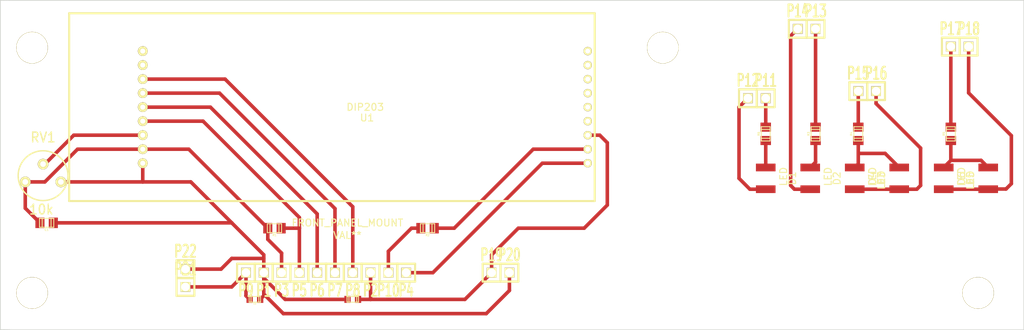
<source format=kicad_pcb>
(kicad_pcb (version 3) (host pcbnew "(2013-07-07 BZR 4022)-stable")

  (general
    (links 41)
    (no_connects 0)
    (area 44.399999 32.969999 190.550001 80.060001)
    (thickness 1.6)
    (drawings 8)
    (tracks 109)
    (zones 0)
    (modules 40)
    (nets 25)
  )

  (page A3)
  (layers
    (15 F.Cu signal)
    (0 B.Cu signal)
    (16 B.Adhes user)
    (17 F.Adhes user)
    (18 B.Paste user)
    (19 F.Paste user)
    (20 B.SilkS user)
    (21 F.SilkS user)
    (22 B.Mask user)
    (23 F.Mask user)
    (24 Dwgs.User user)
    (25 Cmts.User user)
    (26 Eco1.User user)
    (27 Eco2.User user)
    (28 Edge.Cuts user)
  )

  (setup
    (last_trace_width 0.508)
    (trace_clearance 0.254)
    (zone_clearance 2.54)
    (zone_45_only yes)
    (trace_min 0.254)
    (segment_width 0.2)
    (edge_width 0.1)
    (via_size 0.889)
    (via_drill 0.635)
    (via_min_size 0.889)
    (via_min_drill 0.508)
    (uvia_size 0.508)
    (uvia_drill 0.127)
    (uvias_allowed no)
    (uvia_min_size 0.508)
    (uvia_min_drill 0.127)
    (pcb_text_width 0.3)
    (pcb_text_size 1.5 1.5)
    (mod_edge_width 0.3)
    (mod_text_size 1 1)
    (mod_text_width 0.15)
    (pad_size 1.2 1.2)
    (pad_drill 0.71)
    (pad_to_mask_clearance 0)
    (aux_axis_origin 0 0)
    (visible_elements 7FFFFFFF)
    (pcbplotparams
      (layerselection 3178497)
      (usegerberextensions true)
      (excludeedgelayer true)
      (linewidth 0.150000)
      (plotframeref false)
      (viasonmask false)
      (mode 1)
      (useauxorigin false)
      (hpglpennumber 1)
      (hpglpenspeed 20)
      (hpglpendiameter 15)
      (hpglpenoverlay 2)
      (psnegative false)
      (psa4output false)
      (plotreference true)
      (plotvalue true)
      (plotothertext true)
      (plotinvisibletext false)
      (padsonsilk false)
      (subtractmaskfromsilk false)
      (outputformat 1)
      (mirror false)
      (drillshape 1)
      (scaleselection 1)
      (outputdirectory ""))
  )

  (net 0 "")
  (net 1 GNDA)
  (net 2 N-000001)
  (net 3 N-0000010)
  (net 4 N-0000011)
  (net 5 N-0000012)
  (net 6 N-0000013)
  (net 7 N-0000014)
  (net 8 N-0000015)
  (net 9 N-0000016)
  (net 10 N-0000017)
  (net 11 N-000002)
  (net 12 N-0000027)
  (net 13 N-0000028)
  (net 14 N-0000029)
  (net 15 N-000003)
  (net 16 N-0000030)
  (net 17 N-0000031)
  (net 18 N-0000032)
  (net 19 N-000004)
  (net 20 N-000005)
  (net 21 N-000007)
  (net 22 N-000008)
  (net 23 N-000009)
  (net 24 VCC)

  (net_class Default "This is the default net class."
    (clearance 0.254)
    (trace_width 0.508)
    (via_dia 0.889)
    (via_drill 0.635)
    (uvia_dia 0.508)
    (uvia_drill 0.127)
    (add_net "")
    (add_net GNDA)
    (add_net N-000001)
    (add_net N-0000010)
    (add_net N-0000011)
    (add_net N-0000012)
    (add_net N-0000013)
    (add_net N-0000014)
    (add_net N-0000015)
    (add_net N-0000016)
    (add_net N-0000017)
    (add_net N-000002)
    (add_net N-0000027)
    (add_net N-0000028)
    (add_net N-0000029)
    (add_net N-000003)
    (add_net N-0000030)
    (add_net N-0000031)
    (add_net N-0000032)
    (add_net N-000004)
    (add_net N-000005)
    (add_net N-000007)
    (add_net N-000008)
    (add_net N-000009)
    (add_net VCC)
  )

  (module c_0805 (layer F.Cu) (tedit 49047394) (tstamp 5363FEAA)
    (at 160.782 52.07 90)
    (descr "SMT capacitor, 0805")
    (path /535B6F13)
    (fp_text reference R3 (at 0 -0.9906 90) (layer F.SilkS)
      (effects (font (size 0.29972 0.29972) (thickness 0.06096)))
    )
    (fp_text value 2.2k (at 0 0.9906 90) (layer F.SilkS) hide
      (effects (font (size 0.29972 0.29972) (thickness 0.06096)))
    )
    (fp_line (start 0.635 -0.635) (end 0.635 0.635) (layer F.SilkS) (width 0.127))
    (fp_line (start -0.635 -0.635) (end -0.635 0.6096) (layer F.SilkS) (width 0.127))
    (fp_line (start -1.016 -0.635) (end 1.016 -0.635) (layer F.SilkS) (width 0.127))
    (fp_line (start 1.016 -0.635) (end 1.016 0.635) (layer F.SilkS) (width 0.127))
    (fp_line (start 1.016 0.635) (end -1.016 0.635) (layer F.SilkS) (width 0.127))
    (fp_line (start -1.016 0.635) (end -1.016 -0.635) (layer F.SilkS) (width 0.127))
    (pad 1 smd rect (at 0.9525 0 90) (size 1.30048 1.4986)
      (layers F.Cu F.Paste F.Mask)
      (net 5 N-0000012)
    )
    (pad 2 smd rect (at -0.9525 0 90) (size 1.30048 1.4986)
      (layers F.Cu F.Paste F.Mask)
      (net 3 N-0000010)
    )
    (model smd/capacitors/c_0805.wrl
      (at (xyz 0 0 0))
      (scale (xyz 1 1 1))
      (rotate (xyz 0 0 0))
    )
  )

  (module c_0805 (layer F.Cu) (tedit 49047394) (tstamp 5363FEC2)
    (at 105.41 65.532 180)
    (descr "SMT capacitor, 0805")
    (path /535B77CF)
    (fp_text reference R2 (at 0 -0.9906 180) (layer F.SilkS)
      (effects (font (size 0.29972 0.29972) (thickness 0.06096)))
    )
    (fp_text value 18 (at 0 0.9906 180) (layer F.SilkS) hide
      (effects (font (size 0.29972 0.29972) (thickness 0.06096)))
    )
    (fp_line (start 0.635 -0.635) (end 0.635 0.635) (layer F.SilkS) (width 0.127))
    (fp_line (start -0.635 -0.635) (end -0.635 0.6096) (layer F.SilkS) (width 0.127))
    (fp_line (start -1.016 -0.635) (end 1.016 -0.635) (layer F.SilkS) (width 0.127))
    (fp_line (start 1.016 -0.635) (end 1.016 0.635) (layer F.SilkS) (width 0.127))
    (fp_line (start 1.016 0.635) (end -1.016 0.635) (layer F.SilkS) (width 0.127))
    (fp_line (start -1.016 0.635) (end -1.016 -0.635) (layer F.SilkS) (width 0.127))
    (pad 1 smd rect (at 0.9525 0 180) (size 1.30048 1.4986)
      (layers F.Cu F.Paste F.Mask)
      (net 11 N-000002)
    )
    (pad 2 smd rect (at -0.9525 0 180) (size 1.30048 1.4986)
      (layers F.Cu F.Paste F.Mask)
      (net 2 N-000001)
    )
    (model smd/capacitors/c_0805.wrl
      (at (xyz 0 0 0))
      (scale (xyz 1 1 1))
      (rotate (xyz 0 0 0))
    )
  )

  (module c_0805 (layer F.Cu) (tedit 49047394) (tstamp 5363FECE)
    (at 51.054 64.77 180)
    (descr "SMT capacitor, 0805")
    (path /535B774B)
    (fp_text reference C1 (at 0 -0.9906 180) (layer F.SilkS)
      (effects (font (size 0.29972 0.29972) (thickness 0.06096)))
    )
    (fp_text value .47u (at 0 0.9906 180) (layer F.SilkS) hide
      (effects (font (size 0.29972 0.29972) (thickness 0.06096)))
    )
    (fp_line (start 0.635 -0.635) (end 0.635 0.635) (layer F.SilkS) (width 0.127))
    (fp_line (start -0.635 -0.635) (end -0.635 0.6096) (layer F.SilkS) (width 0.127))
    (fp_line (start -1.016 -0.635) (end 1.016 -0.635) (layer F.SilkS) (width 0.127))
    (fp_line (start 1.016 -0.635) (end 1.016 0.635) (layer F.SilkS) (width 0.127))
    (fp_line (start 1.016 0.635) (end -1.016 0.635) (layer F.SilkS) (width 0.127))
    (fp_line (start -1.016 0.635) (end -1.016 -0.635) (layer F.SilkS) (width 0.127))
    (pad 1 smd rect (at 0.9525 0 180) (size 1.30048 1.4986)
      (layers F.Cu F.Paste F.Mask)
      (net 24 VCC)
    )
    (pad 2 smd rect (at -0.9525 0 180) (size 1.30048 1.4986)
      (layers F.Cu F.Paste F.Mask)
      (net 1 GNDA)
    )
    (model smd/capacitors/c_0805.wrl
      (at (xyz 0 0 0))
      (scale (xyz 1 1 1))
      (rotate (xyz 0 0 0))
    )
  )

  (module c_0805 (layer F.Cu) (tedit 49047394) (tstamp 5363FEDA)
    (at 83.566 65.532 180)
    (descr "SMT capacitor, 0805")
    (path /535B75E5)
    (fp_text reference R1 (at 0 -0.9906 180) (layer F.SilkS)
      (effects (font (size 0.29972 0.29972) (thickness 0.06096)))
    )
    (fp_text value 10k (at 0 0.9906 180) (layer F.SilkS) hide
      (effects (font (size 0.29972 0.29972) (thickness 0.06096)))
    )
    (fp_line (start 0.635 -0.635) (end 0.635 0.635) (layer F.SilkS) (width 0.127))
    (fp_line (start -0.635 -0.635) (end -0.635 0.6096) (layer F.SilkS) (width 0.127))
    (fp_line (start -1.016 -0.635) (end 1.016 -0.635) (layer F.SilkS) (width 0.127))
    (fp_line (start 1.016 -0.635) (end 1.016 0.635) (layer F.SilkS) (width 0.127))
    (fp_line (start 1.016 0.635) (end -1.016 0.635) (layer F.SilkS) (width 0.127))
    (fp_line (start -1.016 0.635) (end -1.016 -0.635) (layer F.SilkS) (width 0.127))
    (pad 1 smd rect (at 0.9525 0 180) (size 1.30048 1.4986)
      (layers F.Cu F.Paste F.Mask)
      (net 24 VCC)
    )
    (pad 2 smd rect (at -0.9525 0 180) (size 1.30048 1.4986)
      (layers F.Cu F.Paste F.Mask)
      (net 13 N-0000028)
    )
    (model smd/capacitors/c_0805.wrl
      (at (xyz 0 0 0))
      (scale (xyz 1 1 1))
      (rotate (xyz 0 0 0))
    )
  )

  (module c_0805 (layer F.Cu) (tedit 49047394) (tstamp 5363FEF2)
    (at 166.878 52.07 90)
    (descr "SMT capacitor, 0805")
    (path /535B6F22)
    (fp_text reference R4 (at 0 -0.9906 90) (layer F.SilkS)
      (effects (font (size 0.29972 0.29972) (thickness 0.06096)))
    )
    (fp_text value 2.2k (at 0 0.9906 90) (layer F.SilkS) hide
      (effects (font (size 0.29972 0.29972) (thickness 0.06096)))
    )
    (fp_line (start 0.635 -0.635) (end 0.635 0.635) (layer F.SilkS) (width 0.127))
    (fp_line (start -0.635 -0.635) (end -0.635 0.6096) (layer F.SilkS) (width 0.127))
    (fp_line (start -1.016 -0.635) (end 1.016 -0.635) (layer F.SilkS) (width 0.127))
    (fp_line (start 1.016 -0.635) (end 1.016 0.635) (layer F.SilkS) (width 0.127))
    (fp_line (start 1.016 0.635) (end -1.016 0.635) (layer F.SilkS) (width 0.127))
    (fp_line (start -1.016 0.635) (end -1.016 -0.635) (layer F.SilkS) (width 0.127))
    (pad 1 smd rect (at 0.9525 0 90) (size 1.30048 1.4986)
      (layers F.Cu F.Paste F.Mask)
      (net 6 N-0000013)
    )
    (pad 2 smd rect (at -0.9525 0 90) (size 1.30048 1.4986)
      (layers F.Cu F.Paste F.Mask)
      (net 7 N-0000014)
    )
    (model smd/capacitors/c_0805.wrl
      (at (xyz 0 0 0))
      (scale (xyz 1 1 1))
      (rotate (xyz 0 0 0))
    )
  )

  (module c_0805 (layer F.Cu) (tedit 49047394) (tstamp 5363FEFE)
    (at 180.086 52.07 90)
    (descr "SMT capacitor, 0805")
    (path /535B7061)
    (fp_text reference R5 (at 0 -0.9906 90) (layer F.SilkS)
      (effects (font (size 0.29972 0.29972) (thickness 0.06096)))
    )
    (fp_text value 2.2k (at 0 0.9906 90) (layer F.SilkS) hide
      (effects (font (size 0.29972 0.29972) (thickness 0.06096)))
    )
    (fp_line (start 0.635 -0.635) (end 0.635 0.635) (layer F.SilkS) (width 0.127))
    (fp_line (start -0.635 -0.635) (end -0.635 0.6096) (layer F.SilkS) (width 0.127))
    (fp_line (start -1.016 -0.635) (end 1.016 -0.635) (layer F.SilkS) (width 0.127))
    (fp_line (start 1.016 -0.635) (end 1.016 0.635) (layer F.SilkS) (width 0.127))
    (fp_line (start 1.016 0.635) (end -1.016 0.635) (layer F.SilkS) (width 0.127))
    (fp_line (start -1.016 0.635) (end -1.016 -0.635) (layer F.SilkS) (width 0.127))
    (pad 1 smd rect (at 0.9525 0 90) (size 1.30048 1.4986)
      (layers F.Cu F.Paste F.Mask)
      (net 16 N-0000030)
    )
    (pad 2 smd rect (at -0.9525 0 90) (size 1.30048 1.4986)
      (layers F.Cu F.Paste F.Mask)
      (net 14 N-0000029)
    )
    (model smd/capacitors/c_0805.wrl
      (at (xyz 0 0 0))
      (scale (xyz 1 1 1))
      (rotate (xyz 0 0 0))
    )
  )

  (module c_0603 (layer F.Cu) (tedit 490472AA) (tstamp 5363FF0A)
    (at 94.742 75.692)
    (descr "SMT capacitor, 0603")
    (path /535B6E5B)
    (fp_text reference C2 (at 0 -0.635) (layer F.SilkS)
      (effects (font (size 0.20066 0.20066) (thickness 0.04064)))
    )
    (fp_text value 100n (at 0 0.635) (layer F.SilkS) hide
      (effects (font (size 0.20066 0.20066) (thickness 0.04064)))
    )
    (fp_line (start 0.5588 0.4064) (end 0.5588 -0.4064) (layer F.SilkS) (width 0.127))
    (fp_line (start -0.5588 -0.381) (end -0.5588 0.4064) (layer F.SilkS) (width 0.127))
    (fp_line (start -0.8128 -0.4064) (end 0.8128 -0.4064) (layer F.SilkS) (width 0.127))
    (fp_line (start 0.8128 -0.4064) (end 0.8128 0.4064) (layer F.SilkS) (width 0.127))
    (fp_line (start 0.8128 0.4064) (end -0.8128 0.4064) (layer F.SilkS) (width 0.127))
    (fp_line (start -0.8128 0.4064) (end -0.8128 -0.4064) (layer F.SilkS) (width 0.127))
    (pad 1 smd rect (at 0.75184 0) (size 0.89916 1.00076)
      (layers F.Cu F.Paste F.Mask)
      (net 22 N-000008)
    )
    (pad 2 smd rect (at -0.75184 0) (size 0.89916 1.00076)
      (layers F.Cu F.Paste F.Mask)
      (net 1 GNDA)
    )
    (model smd/capacitors/c_0603.wrl
      (at (xyz 0 0 0))
      (scale (xyz 1 1 1))
      (rotate (xyz 0 0 0))
    )
  )

  (module c_0603 (layer F.Cu) (tedit 490472AA) (tstamp 5363FF16)
    (at 80.772 75.692 180)
    (descr "SMT capacitor, 0603")
    (path /53632414)
    (fp_text reference C3 (at 0 -0.635 180) (layer F.SilkS)
      (effects (font (size 0.20066 0.20066) (thickness 0.04064)))
    )
    (fp_text value 100n (at 0 0.635 180) (layer F.SilkS) hide
      (effects (font (size 0.20066 0.20066) (thickness 0.04064)))
    )
    (fp_line (start 0.5588 0.4064) (end 0.5588 -0.4064) (layer F.SilkS) (width 0.127))
    (fp_line (start -0.5588 -0.381) (end -0.5588 0.4064) (layer F.SilkS) (width 0.127))
    (fp_line (start -0.8128 -0.4064) (end 0.8128 -0.4064) (layer F.SilkS) (width 0.127))
    (fp_line (start 0.8128 -0.4064) (end 0.8128 0.4064) (layer F.SilkS) (width 0.127))
    (fp_line (start 0.8128 0.4064) (end -0.8128 0.4064) (layer F.SilkS) (width 0.127))
    (fp_line (start -0.8128 0.4064) (end -0.8128 -0.4064) (layer F.SilkS) (width 0.127))
    (pad 1 smd rect (at 0.75184 0 180) (size 0.89916 1.00076)
      (layers F.Cu F.Paste F.Mask)
      (net 18 N-0000032)
    )
    (pad 2 smd rect (at -0.75184 0 180) (size 0.89916 1.00076)
      (layers F.Cu F.Paste F.Mask)
      (net 1 GNDA)
    )
    (model smd/capacitors/c_0603.wrl
      (at (xyz 0 0 0))
      (scale (xyz 1 1 1))
      (rotate (xyz 0 0 0))
    )
  )

  (module 1209 (layer F.Cu) (tedit 536349B3) (tstamp 5363FF1C)
    (at 153.67 58.42 90)
    (path /535B6F31)
    (fp_text reference D1 (at 0 3.81 90) (layer F.SilkS)
      (effects (font (size 1 1) (thickness 0.15)))
    )
    (fp_text value LED (at 0.254 2.54 90) (layer F.SilkS)
      (effects (font (size 1 1) (thickness 0.15)))
    )
    (pad 1 smd rect (at 1.55 0 90) (size 1.1 2.8)
      (layers F.Cu F.Paste F.Mask)
      (net 23 N-000009)
    )
    (pad 2 smd rect (at -1.55 0 90) (size 1.1 2.8)
      (layers F.Cu F.Paste F.Mask)
      (net 8 N-0000015)
    )
  )

  (module 1209 (layer F.Cu) (tedit 536349B3) (tstamp 5363FF22)
    (at 160.02 58.42 90)
    (path /535B6F40)
    (fp_text reference D2 (at 0 3.81 90) (layer F.SilkS)
      (effects (font (size 1 1) (thickness 0.15)))
    )
    (fp_text value LED (at 0.254 2.54 90) (layer F.SilkS)
      (effects (font (size 1 1) (thickness 0.15)))
    )
    (pad 1 smd rect (at 1.55 0 90) (size 1.1 2.8)
      (layers F.Cu F.Paste F.Mask)
      (net 3 N-0000010)
    )
    (pad 2 smd rect (at -1.55 0 90) (size 1.1 2.8)
      (layers F.Cu F.Paste F.Mask)
      (net 9 N-0000016)
    )
  )

  (module 1209 (layer F.Cu) (tedit 536349B3) (tstamp 5363FF28)
    (at 166.37 58.42 90)
    (path /535B6F4F)
    (fp_text reference D3 (at 0 3.81 90) (layer F.SilkS)
      (effects (font (size 1 1) (thickness 0.15)))
    )
    (fp_text value LED (at 0.254 2.54 90) (layer F.SilkS)
      (effects (font (size 1 1) (thickness 0.15)))
    )
    (pad 1 smd rect (at 1.55 0 90) (size 1.1 2.8)
      (layers F.Cu F.Paste F.Mask)
      (net 7 N-0000014)
    )
    (pad 2 smd rect (at -1.55 0 90) (size 1.1 2.8)
      (layers F.Cu F.Paste F.Mask)
      (net 10 N-0000017)
    )
  )

  (module 1209 (layer F.Cu) (tedit 536349B3) (tstamp 5363FF2E)
    (at 179.07 58.42 90)
    (path /535B7067)
    (fp_text reference D5 (at 0 3.81 90) (layer F.SilkS)
      (effects (font (size 1 1) (thickness 0.15)))
    )
    (fp_text value LED (at 0.254 2.54 90) (layer F.SilkS)
      (effects (font (size 1 1) (thickness 0.15)))
    )
    (pad 1 smd rect (at 1.55 0 90) (size 1.1 2.8)
      (layers F.Cu F.Paste F.Mask)
      (net 14 N-0000029)
    )
    (pad 2 smd rect (at -1.55 0 90) (size 1.1 2.8)
      (layers F.Cu F.Paste F.Mask)
      (net 17 N-0000031)
    )
  )

  (module 1209 (layer F.Cu) (tedit 536349B3) (tstamp 5363FF34)
    (at 172.72 58.42 270)
    (path /5360A75C)
    (fp_text reference D4 (at 0 3.81 270) (layer F.SilkS)
      (effects (font (size 1 1) (thickness 0.15)))
    )
    (fp_text value LED (at 0.254 2.54 270) (layer F.SilkS)
      (effects (font (size 1 1) (thickness 0.15)))
    )
    (pad 1 smd rect (at 1.55 0 270) (size 1.1 2.8)
      (layers F.Cu F.Paste F.Mask)
      (net 10 N-0000017)
    )
    (pad 2 smd rect (at -1.55 0 270) (size 1.1 2.8)
      (layers F.Cu F.Paste F.Mask)
      (net 7 N-0000014)
    )
  )

  (module 1209 (layer F.Cu) (tedit 536349B3) (tstamp 5363FF3A)
    (at 185.42 58.42 270)
    (path /5360A76D)
    (fp_text reference D6 (at 0 3.81 270) (layer F.SilkS)
      (effects (font (size 1 1) (thickness 0.15)))
    )
    (fp_text value LED (at 0.254 2.54 270) (layer F.SilkS)
      (effects (font (size 1 1) (thickness 0.15)))
    )
    (pad 1 smd rect (at 1.55 0 270) (size 1.1 2.8)
      (layers F.Cu F.Paste F.Mask)
      (net 17 N-0000031)
    )
    (pad 2 smd rect (at -1.55 0 270) (size 1.1 2.8)
      (layers F.Cu F.Paste F.Mask)
      (net 14 N-0000029)
    )
  )

  (module c_0805 (layer F.Cu) (tedit 49047394) (tstamp 5363FFB1)
    (at 153.67 52.07 90)
    (descr "SMT capacitor, 0805")
    (path /535B6F04)
    (fp_text reference R6 (at 0 -0.9906 90) (layer F.SilkS)
      (effects (font (size 0.29972 0.29972) (thickness 0.06096)))
    )
    (fp_text value 2.2k (at 0 0.9906 90) (layer F.SilkS) hide
      (effects (font (size 0.29972 0.29972) (thickness 0.06096)))
    )
    (fp_line (start 0.635 -0.635) (end 0.635 0.635) (layer F.SilkS) (width 0.127))
    (fp_line (start -0.635 -0.635) (end -0.635 0.6096) (layer F.SilkS) (width 0.127))
    (fp_line (start -1.016 -0.635) (end 1.016 -0.635) (layer F.SilkS) (width 0.127))
    (fp_line (start 1.016 -0.635) (end 1.016 0.635) (layer F.SilkS) (width 0.127))
    (fp_line (start 1.016 0.635) (end -1.016 0.635) (layer F.SilkS) (width 0.127))
    (fp_line (start -1.016 0.635) (end -1.016 -0.635) (layer F.SilkS) (width 0.127))
    (pad 1 smd rect (at 0.9525 0 90) (size 1.30048 1.4986)
      (layers F.Cu F.Paste F.Mask)
      (net 4 N-0000011)
    )
    (pad 2 smd rect (at -0.9525 0 90) (size 1.30048 1.4986)
      (layers F.Cu F.Paste F.Mask)
      (net 23 N-000009)
    )
    (model smd/capacitors/c_0805.wrl
      (at (xyz 0 0 0))
      (scale (xyz 1 1 1))
      (rotate (xyz 0 0 0))
    )
  )

  (module FRONT_PANEL_MOUNT (layer F.Cu) (tedit 539697BD) (tstamp 53974CBB)
    (at 93.98 64.77)
    (fp_text reference FRONT_PANEL_MOUNT (at 0 0) (layer F.SilkS)
      (effects (font (size 1 1) (thickness 0.15)))
    )
    (fp_text value VAL** (at 0 1.778) (layer F.SilkS)
      (effects (font (size 1 1) (thickness 0.15)))
    )
    (pad 1 thru_hole circle (at 90 10) (size 4.5 4.5) (drill 4.4)
      (layers *.Cu *.Mask F.SilkS)
    )
    (pad 2 thru_hole circle (at 45 -25) (size 4.5 4.5) (drill 4.4)
      (layers *.Cu *.Mask F.SilkS)
    )
    (pad 3 thru_hole circle (at -45 -25) (size 4.5 4.5) (drill 4.4)
      (layers *.Cu *.Mask F.SilkS)
    )
    (pad 4 thru_hole circle (at -45 10) (size 4.5 4.5) (drill 4.4)
      (layers *.Cu *.Mask F.SilkS)
    )
  )

  (module RV2 (layer F.Cu) (tedit 3FA15781) (tstamp 5397613A)
    (at 50.546 57.658)
    (descr "Resistance variable / potentiometre")
    (tags R)
    (path /535B78BA)
    (autoplace_cost90 10)
    (autoplace_cost180 10)
    (fp_text reference RV1 (at 0 -5.08) (layer F.SilkS)
      (effects (font (size 1.397 1.27) (thickness 0.2032)))
    )
    (fp_text value 10k (at -0.254 5.207) (layer F.SilkS)
      (effects (font (size 1.397 1.27) (thickness 0.2032)))
    )
    (fp_circle (center 0 0.381) (end 0 -3.175) (layer F.SilkS) (width 0.2032))
    (pad 1 thru_hole circle (at -2.54 1.27) (size 1.524 1.524) (drill 0.8128)
      (layers *.Cu *.Mask F.SilkS)
      (net 24 VCC)
    )
    (pad 2 thru_hole circle (at 0 -1.27) (size 1.524 1.524) (drill 0.8128)
      (layers *.Cu *.Mask F.SilkS)
      (net 19 N-000004)
    )
    (pad 3 thru_hole circle (at 2.54 1.27) (size 1.524 1.524) (drill 0.8128)
      (layers *.Cu *.Mask F.SilkS)
      (net 1 GNDA)
    )
    (model discret/adjustable_rx2.wrl
      (at (xyz 0 0 0))
      (scale (xyz 1 1 1))
      (rotate (xyz 0 0 0))
    )
  )

  (module MOLEX-1 (layer F.Cu) (tedit 538ADB0C) (tstamp 539E7489)
    (at 114.554 71.882)
    (descr "Connecteurs 1 pin")
    (tags "CONN DEV")
    (path /539E7326)
    (fp_text reference P19 (at 0 -2.54) (layer F.SilkS)
      (effects (font (size 1.72974 1.08712) (thickness 0.27178)))
    )
    (fp_text value RESET_SWITCH (at 0 -2.54) (layer F.SilkS) hide
      (effects (font (size 1.524 1.016) (thickness 0.254)))
    )
    (fp_line (start -1.27 1.27) (end 1.27 1.27) (layer F.SilkS) (width 0.3175))
    (fp_line (start -1.27 -1.27) (end 1.27 -1.27) (layer F.SilkS) (width 0.3175))
    (fp_line (start -1.27 1.27) (end -1.27 -1.27) (layer F.SilkS) (width 0.3048))
    (fp_line (start 1.27 -1.27) (end 1.27 1.27) (layer F.SilkS) (width 0.3048))
    (pad 1 thru_hole rect (at 0 0) (size 1.397 1.397) (drill 1.2)
      (layers *.Cu *.Mask F.SilkS)
      (net 22 N-000008)
    )
  )

  (module MOLEX-1 (layer F.Cu) (tedit 538ADB0C) (tstamp 539E7492)
    (at 117.094 71.882)
    (descr "Connecteurs 1 pin")
    (tags "CONN DEV")
    (path /539E7335)
    (fp_text reference P20 (at 0 -2.54) (layer F.SilkS)
      (effects (font (size 1.72974 1.08712) (thickness 0.27178)))
    )
    (fp_text value RESET_SWITCH_GND (at 0 -2.54) (layer F.SilkS) hide
      (effects (font (size 1.524 1.016) (thickness 0.254)))
    )
    (fp_line (start -1.27 1.27) (end 1.27 1.27) (layer F.SilkS) (width 0.3175))
    (fp_line (start -1.27 -1.27) (end 1.27 -1.27) (layer F.SilkS) (width 0.3175))
    (fp_line (start -1.27 1.27) (end -1.27 -1.27) (layer F.SilkS) (width 0.3048))
    (fp_line (start 1.27 -1.27) (end 1.27 1.27) (layer F.SilkS) (width 0.3048))
    (pad 1 thru_hole rect (at 0 0) (size 1.397 1.397) (drill 1.2)
      (layers *.Cu *.Mask F.SilkS)
      (net 1 GNDA)
    )
  )

  (module MOLEX-1 (layer F.Cu) (tedit 538ADB0C) (tstamp 539E749B)
    (at 70.866 73.914)
    (descr "Connecteurs 1 pin")
    (tags "CONN DEV")
    (path /539E7344)
    (fp_text reference P21 (at 0 -2.54) (layer F.SilkS)
      (effects (font (size 1.72974 1.08712) (thickness 0.27178)))
    )
    (fp_text value PROGRAM_SWITCH (at 0 -2.54) (layer F.SilkS) hide
      (effects (font (size 1.524 1.016) (thickness 0.254)))
    )
    (fp_line (start -1.27 1.27) (end 1.27 1.27) (layer F.SilkS) (width 0.3175))
    (fp_line (start -1.27 -1.27) (end 1.27 -1.27) (layer F.SilkS) (width 0.3175))
    (fp_line (start -1.27 1.27) (end -1.27 -1.27) (layer F.SilkS) (width 0.3048))
    (fp_line (start 1.27 -1.27) (end 1.27 1.27) (layer F.SilkS) (width 0.3048))
    (pad 1 thru_hole rect (at 0 0) (size 1.397 1.397) (drill 1.2)
      (layers *.Cu *.Mask F.SilkS)
      (net 18 N-0000032)
    )
  )

  (module MOLEX-1 (layer F.Cu) (tedit 538ADB0C) (tstamp 539E74A4)
    (at 70.866 71.374)
    (descr "Connecteurs 1 pin")
    (tags "CONN DEV")
    (path /539E7353)
    (fp_text reference P22 (at 0 -2.54) (layer F.SilkS)
      (effects (font (size 1.72974 1.08712) (thickness 0.27178)))
    )
    (fp_text value PROGRAM_SWITCH_GND (at 0 -2.54) (layer F.SilkS) hide
      (effects (font (size 1.524 1.016) (thickness 0.254)))
    )
    (fp_line (start -1.27 1.27) (end 1.27 1.27) (layer F.SilkS) (width 0.3175))
    (fp_line (start -1.27 -1.27) (end 1.27 -1.27) (layer F.SilkS) (width 0.3175))
    (fp_line (start -1.27 1.27) (end -1.27 -1.27) (layer F.SilkS) (width 0.3048))
    (fp_line (start 1.27 -1.27) (end 1.27 1.27) (layer F.SilkS) (width 0.3048))
    (pad 1 thru_hole rect (at 0 0) (size 1.397 1.397) (drill 1.2)
      (layers *.Cu *.Mask F.SilkS)
      (net 1 GNDA)
    )
  )

  (module MOLEX-1 (layer F.Cu) (tedit 538ADB0C) (tstamp 539E75EE)
    (at 97.282 71.882 180)
    (descr "Connecteurs 1 pin")
    (tags "CONN DEV")
    (path /535B6E88)
    (fp_text reference P2 (at 0 -2.54 180) (layer F.SilkS)
      (effects (font (size 1.72974 1.08712) (thickness 0.27178)))
    )
    (fp_text value RESETn (at 0 -2.54 180) (layer F.SilkS) hide
      (effects (font (size 1.524 1.016) (thickness 0.254)))
    )
    (fp_line (start -1.27 1.27) (end 1.27 1.27) (layer F.SilkS) (width 0.3175))
    (fp_line (start -1.27 -1.27) (end 1.27 -1.27) (layer F.SilkS) (width 0.3175))
    (fp_line (start -1.27 1.27) (end -1.27 -1.27) (layer F.SilkS) (width 0.3048))
    (fp_line (start 1.27 -1.27) (end 1.27 1.27) (layer F.SilkS) (width 0.3048))
    (pad 1 thru_hole rect (at 0 0 180) (size 1.397 1.397) (drill 1.2)
      (layers *.Cu *.Mask F.SilkS)
      (net 22 N-000008)
    )
  )

  (module MOLEX-1 (layer F.Cu) (tedit 538ADB0C) (tstamp 539E75F7)
    (at 82.042 71.882 180)
    (descr "Connecteurs 1 pin")
    (tags "CONN DEV")
    (path /535B6ED8)
    (fp_text reference P1 (at 0 -2.54 180) (layer F.SilkS)
      (effects (font (size 1.72974 1.08712) (thickness 0.27178)))
    )
    (fp_text value GNDA (at 0 -2.54 180) (layer F.SilkS) hide
      (effects (font (size 1.524 1.016) (thickness 0.254)))
    )
    (fp_line (start -1.27 1.27) (end 1.27 1.27) (layer F.SilkS) (width 0.3175))
    (fp_line (start -1.27 -1.27) (end 1.27 -1.27) (layer F.SilkS) (width 0.3175))
    (fp_line (start -1.27 1.27) (end -1.27 -1.27) (layer F.SilkS) (width 0.3048))
    (fp_line (start 1.27 -1.27) (end 1.27 1.27) (layer F.SilkS) (width 0.3048))
    (pad 1 thru_hole rect (at 0 0 180) (size 1.397 1.397) (drill 1.2)
      (layers *.Cu *.Mask F.SilkS)
      (net 1 GNDA)
    )
  )

  (module MOLEX-1 (layer F.Cu) (tedit 538ADB0C) (tstamp 539E7600)
    (at 84.582 71.882 180)
    (descr "Connecteurs 1 pin")
    (tags "CONN DEV")
    (path /535B709C)
    (fp_text reference P3 (at 0 -2.54 180) (layer F.SilkS)
      (effects (font (size 1.72974 1.08712) (thickness 0.27178)))
    )
    (fp_text value 3V_IN (at 0 -2.54 180) (layer F.SilkS) hide
      (effects (font (size 1.524 1.016) (thickness 0.254)))
    )
    (fp_line (start -1.27 1.27) (end 1.27 1.27) (layer F.SilkS) (width 0.3175))
    (fp_line (start -1.27 -1.27) (end 1.27 -1.27) (layer F.SilkS) (width 0.3175))
    (fp_line (start -1.27 1.27) (end -1.27 -1.27) (layer F.SilkS) (width 0.3048))
    (fp_line (start 1.27 -1.27) (end 1.27 1.27) (layer F.SilkS) (width 0.3048))
    (pad 1 thru_hole rect (at 0 0 180) (size 1.397 1.397) (drill 1.2)
      (layers *.Cu *.Mask F.SilkS)
      (net 24 VCC)
    )
  )

  (module MOLEX-1 (layer F.Cu) (tedit 538ADB0C) (tstamp 539E7609)
    (at 79.502 71.882 180)
    (descr "Connecteurs 1 pin")
    (tags "CONN DEV")
    (path /535B70C7)
    (fp_text reference P9 (at 0 -2.54 180) (layer F.SilkS)
      (effects (font (size 1.72974 1.08712) (thickness 0.27178)))
    )
    (fp_text value PROGRAM_INT (at 0 -2.54 180) (layer F.SilkS) hide
      (effects (font (size 1.524 1.016) (thickness 0.254)))
    )
    (fp_line (start -1.27 1.27) (end 1.27 1.27) (layer F.SilkS) (width 0.3175))
    (fp_line (start -1.27 -1.27) (end 1.27 -1.27) (layer F.SilkS) (width 0.3175))
    (fp_line (start -1.27 1.27) (end -1.27 -1.27) (layer F.SilkS) (width 0.3048))
    (fp_line (start 1.27 -1.27) (end 1.27 1.27) (layer F.SilkS) (width 0.3048))
    (pad 1 thru_hole rect (at 0 0 180) (size 1.397 1.397) (drill 1.2)
      (layers *.Cu *.Mask F.SilkS)
      (net 18 N-0000032)
    )
  )

  (module MOLEX-1 (layer F.Cu) (tedit 538ADB0C) (tstamp 539E7612)
    (at 94.742 71.882 180)
    (descr "Connecteurs 1 pin")
    (tags "CONN DEV")
    (path /535B7577)
    (fp_text reference P8 (at 0 -2.54 180) (layer F.SilkS)
      (effects (font (size 1.72974 1.08712) (thickness 0.27178)))
    )
    (fp_text value SPI1_MISO (at 0 -2.54 180) (layer F.SilkS) hide
      (effects (font (size 1.524 1.016) (thickness 0.254)))
    )
    (fp_line (start -1.27 1.27) (end 1.27 1.27) (layer F.SilkS) (width 0.3175))
    (fp_line (start -1.27 -1.27) (end 1.27 -1.27) (layer F.SilkS) (width 0.3175))
    (fp_line (start -1.27 1.27) (end -1.27 -1.27) (layer F.SilkS) (width 0.3048))
    (fp_line (start 1.27 -1.27) (end 1.27 1.27) (layer F.SilkS) (width 0.3048))
    (pad 1 thru_hole rect (at 0 0 180) (size 1.397 1.397) (drill 1.2)
      (layers *.Cu *.Mask F.SilkS)
      (net 12 N-0000027)
    )
  )

  (module MOLEX-1 (layer F.Cu) (tedit 538ADB0C) (tstamp 539E761B)
    (at 87.122 71.882 180)
    (descr "Connecteurs 1 pin")
    (tags "CONN DEV")
    (path /535B75A9)
    (fp_text reference P5 (at 0 -2.54 180) (layer F.SilkS)
      (effects (font (size 1.72974 1.08712) (thickness 0.27178)))
    )
    (fp_text value SPI1_CS2 (at 0 -2.54 180) (layer F.SilkS) hide
      (effects (font (size 1.524 1.016) (thickness 0.254)))
    )
    (fp_line (start -1.27 1.27) (end 1.27 1.27) (layer F.SilkS) (width 0.3175))
    (fp_line (start -1.27 -1.27) (end 1.27 -1.27) (layer F.SilkS) (width 0.3175))
    (fp_line (start -1.27 1.27) (end -1.27 -1.27) (layer F.SilkS) (width 0.3048))
    (fp_line (start 1.27 -1.27) (end 1.27 1.27) (layer F.SilkS) (width 0.3048))
    (pad 1 thru_hole rect (at 0 0 180) (size 1.397 1.397) (drill 1.2)
      (layers *.Cu *.Mask F.SilkS)
      (net 13 N-0000028)
    )
  )

  (module MOLEX-1 (layer F.Cu) (tedit 538ADB0C) (tstamp 539E7624)
    (at 89.662 71.882 180)
    (descr "Connecteurs 1 pin")
    (tags "CONN DEV")
    (path /535B75B8)
    (fp_text reference P6 (at 0 -2.54 180) (layer F.SilkS)
      (effects (font (size 1.72974 1.08712) (thickness 0.27178)))
    )
    (fp_text value SPI1_MOSI (at 0 -2.54 180) (layer F.SilkS) hide
      (effects (font (size 1.524 1.016) (thickness 0.254)))
    )
    (fp_line (start -1.27 1.27) (end 1.27 1.27) (layer F.SilkS) (width 0.3175))
    (fp_line (start -1.27 -1.27) (end 1.27 -1.27) (layer F.SilkS) (width 0.3175))
    (fp_line (start -1.27 1.27) (end -1.27 -1.27) (layer F.SilkS) (width 0.3048))
    (fp_line (start 1.27 -1.27) (end 1.27 1.27) (layer F.SilkS) (width 0.3048))
    (pad 1 thru_hole rect (at 0 0 180) (size 1.397 1.397) (drill 1.2)
      (layers *.Cu *.Mask F.SilkS)
      (net 21 N-000007)
    )
  )

  (module MOLEX-1 (layer F.Cu) (tedit 538ADB0C) (tstamp 539E762D)
    (at 92.202 71.882 180)
    (descr "Connecteurs 1 pin")
    (tags "CONN DEV")
    (path /535B75C7)
    (fp_text reference P7 (at 0 -2.54 180) (layer F.SilkS)
      (effects (font (size 1.72974 1.08712) (thickness 0.27178)))
    )
    (fp_text value SPI1_SCK (at 0 -2.54 180) (layer F.SilkS) hide
      (effects (font (size 1.524 1.016) (thickness 0.254)))
    )
    (fp_line (start -1.27 1.27) (end 1.27 1.27) (layer F.SilkS) (width 0.3175))
    (fp_line (start -1.27 -1.27) (end 1.27 -1.27) (layer F.SilkS) (width 0.3175))
    (fp_line (start -1.27 1.27) (end -1.27 -1.27) (layer F.SilkS) (width 0.3048))
    (fp_line (start 1.27 -1.27) (end 1.27 1.27) (layer F.SilkS) (width 0.3048))
    (pad 1 thru_hole rect (at 0 0 180) (size 1.397 1.397) (drill 1.2)
      (layers *.Cu *.Mask F.SilkS)
      (net 20 N-000005)
    )
  )

  (module MOLEX-1 (layer F.Cu) (tedit 538ADB0C) (tstamp 539E7636)
    (at 99.822 71.882 180)
    (descr "Connecteurs 1 pin")
    (tags "CONN DEV")
    (path /535B77DE)
    (fp_text reference P10 (at 0 -2.54 180) (layer F.SilkS)
      (effects (font (size 1.72974 1.08712) (thickness 0.27178)))
    )
    (fp_text value 5V_FRONT (at 0 -2.54 180) (layer F.SilkS) hide
      (effects (font (size 1.524 1.016) (thickness 0.254)))
    )
    (fp_line (start -1.27 1.27) (end 1.27 1.27) (layer F.SilkS) (width 0.3175))
    (fp_line (start -1.27 -1.27) (end 1.27 -1.27) (layer F.SilkS) (width 0.3175))
    (fp_line (start -1.27 1.27) (end -1.27 -1.27) (layer F.SilkS) (width 0.3048))
    (fp_line (start 1.27 -1.27) (end 1.27 1.27) (layer F.SilkS) (width 0.3048))
    (pad 1 thru_hole rect (at 0 0 180) (size 1.397 1.397) (drill 1.2)
      (layers *.Cu *.Mask F.SilkS)
      (net 11 N-000002)
    )
  )

  (module MOLEX-1 (layer F.Cu) (tedit 538ADB0C) (tstamp 539E763F)
    (at 102.362 71.882 180)
    (descr "Connecteurs 1 pin")
    (tags "CONN DEV")
    (path /535B7869)
    (fp_text reference P4 (at 0 -2.54 180) (layer F.SilkS)
      (effects (font (size 1.72974 1.08712) (thickness 0.27178)))
    )
    (fp_text value PWM (at 0 -2.54 180) (layer F.SilkS) hide
      (effects (font (size 1.524 1.016) (thickness 0.254)))
    )
    (fp_line (start -1.27 1.27) (end 1.27 1.27) (layer F.SilkS) (width 0.3175))
    (fp_line (start -1.27 -1.27) (end 1.27 -1.27) (layer F.SilkS) (width 0.3175))
    (fp_line (start -1.27 1.27) (end -1.27 -1.27) (layer F.SilkS) (width 0.3048))
    (fp_line (start 1.27 -1.27) (end 1.27 1.27) (layer F.SilkS) (width 0.3048))
    (pad 1 thru_hole rect (at 0 0 180) (size 1.397 1.397) (drill 1.2)
      (layers *.Cu *.Mask F.SilkS)
      (net 15 N-000003)
    )
  )

  (module MOLEX-1 (layer F.Cu) (tedit 538ADB0C) (tstamp 53C8C975)
    (at 153.67 46.99)
    (descr "Connecteurs 1 pin")
    (tags "CONN DEV")
    (path /535B6F5E)
    (fp_text reference P11 (at 0 -2.54) (layer F.SilkS)
      (effects (font (size 1.72974 1.08712) (thickness 0.27178)))
    )
    (fp_text value DC_LINK+ (at 0 -2.54) (layer F.SilkS) hide
      (effects (font (size 1.524 1.016) (thickness 0.254)))
    )
    (fp_line (start -1.27 1.27) (end 1.27 1.27) (layer F.SilkS) (width 0.3175))
    (fp_line (start -1.27 -1.27) (end 1.27 -1.27) (layer F.SilkS) (width 0.3175))
    (fp_line (start -1.27 1.27) (end -1.27 -1.27) (layer F.SilkS) (width 0.3048))
    (fp_line (start 1.27 -1.27) (end 1.27 1.27) (layer F.SilkS) (width 0.3048))
    (pad 1 thru_hole rect (at 0 0) (size 1.397 1.397) (drill 1.2)
      (layers *.Cu *.Mask F.SilkS)
      (net 4 N-0000011)
    )
  )

  (module MOLEX-1 (layer F.Cu) (tedit 538ADB0C) (tstamp 53C8C97E)
    (at 160.782 37.084)
    (descr "Connecteurs 1 pin")
    (tags "CONN DEV")
    (path /535B6F6D)
    (fp_text reference P13 (at 0 -2.54) (layer F.SilkS)
      (effects (font (size 1.72974 1.08712) (thickness 0.27178)))
    )
    (fp_text value DC_RAIL+ (at 0 -2.54) (layer F.SilkS) hide
      (effects (font (size 1.524 1.016) (thickness 0.254)))
    )
    (fp_line (start -1.27 1.27) (end 1.27 1.27) (layer F.SilkS) (width 0.3175))
    (fp_line (start -1.27 -1.27) (end 1.27 -1.27) (layer F.SilkS) (width 0.3175))
    (fp_line (start -1.27 1.27) (end -1.27 -1.27) (layer F.SilkS) (width 0.3048))
    (fp_line (start 1.27 -1.27) (end 1.27 1.27) (layer F.SilkS) (width 0.3048))
    (pad 1 thru_hole rect (at 0 0) (size 1.397 1.397) (drill 1.2)
      (layers *.Cu *.Mask F.SilkS)
      (net 5 N-0000012)
    )
  )

  (module MOLEX-1 (layer F.Cu) (tedit 538ADB0C) (tstamp 53C8C987)
    (at 166.878 45.974)
    (descr "Connecteurs 1 pin")
    (tags "CONN DEV")
    (path /535B6F7C)
    (fp_text reference P15 (at 0 -2.54) (layer F.SilkS)
      (effects (font (size 1.72974 1.08712) (thickness 0.27178)))
    )
    (fp_text value AC_OUT_A (at 0 -2.54) (layer F.SilkS) hide
      (effects (font (size 1.524 1.016) (thickness 0.254)))
    )
    (fp_line (start -1.27 1.27) (end 1.27 1.27) (layer F.SilkS) (width 0.3175))
    (fp_line (start -1.27 -1.27) (end 1.27 -1.27) (layer F.SilkS) (width 0.3175))
    (fp_line (start -1.27 1.27) (end -1.27 -1.27) (layer F.SilkS) (width 0.3048))
    (fp_line (start 1.27 -1.27) (end 1.27 1.27) (layer F.SilkS) (width 0.3048))
    (pad 1 thru_hole rect (at 0 0) (size 1.397 1.397) (drill 1.2)
      (layers *.Cu *.Mask F.SilkS)
      (net 6 N-0000013)
    )
  )

  (module MOLEX-1 (layer F.Cu) (tedit 538ADB0C) (tstamp 53C8C990)
    (at 151.13 46.99)
    (descr "Connecteurs 1 pin")
    (tags "CONN DEV")
    (path /535B6FDC)
    (fp_text reference P12 (at 0 -2.54) (layer F.SilkS)
      (effects (font (size 1.72974 1.08712) (thickness 0.27178)))
    )
    (fp_text value DC_LINK- (at 0 -2.54) (layer F.SilkS) hide
      (effects (font (size 1.524 1.016) (thickness 0.254)))
    )
    (fp_line (start -1.27 1.27) (end 1.27 1.27) (layer F.SilkS) (width 0.3175))
    (fp_line (start -1.27 -1.27) (end 1.27 -1.27) (layer F.SilkS) (width 0.3175))
    (fp_line (start -1.27 1.27) (end -1.27 -1.27) (layer F.SilkS) (width 0.3048))
    (fp_line (start 1.27 -1.27) (end 1.27 1.27) (layer F.SilkS) (width 0.3048))
    (pad 1 thru_hole rect (at 0 0) (size 1.397 1.397) (drill 1.2)
      (layers *.Cu *.Mask F.SilkS)
      (net 8 N-0000015)
    )
  )

  (module MOLEX-1 (layer F.Cu) (tedit 538ADB0C) (tstamp 53C8C999)
    (at 158.242 37.084)
    (descr "Connecteurs 1 pin")
    (tags "CONN DEV")
    (path /535B6FEB)
    (fp_text reference P14 (at 0 -2.54) (layer F.SilkS)
      (effects (font (size 1.72974 1.08712) (thickness 0.27178)))
    )
    (fp_text value DC_RAIL- (at 0 -2.54) (layer F.SilkS) hide
      (effects (font (size 1.524 1.016) (thickness 0.254)))
    )
    (fp_line (start -1.27 1.27) (end 1.27 1.27) (layer F.SilkS) (width 0.3175))
    (fp_line (start -1.27 -1.27) (end 1.27 -1.27) (layer F.SilkS) (width 0.3175))
    (fp_line (start -1.27 1.27) (end -1.27 -1.27) (layer F.SilkS) (width 0.3048))
    (fp_line (start 1.27 -1.27) (end 1.27 1.27) (layer F.SilkS) (width 0.3048))
    (pad 1 thru_hole rect (at 0 0) (size 1.397 1.397) (drill 1.2)
      (layers *.Cu *.Mask F.SilkS)
      (net 9 N-0000016)
    )
  )

  (module MOLEX-1 (layer F.Cu) (tedit 538ADB0C) (tstamp 53C8C9A2)
    (at 169.418 45.974)
    (descr "Connecteurs 1 pin")
    (tags "CONN DEV")
    (path /535B6FFA)
    (fp_text reference P16 (at 0 -2.54) (layer F.SilkS)
      (effects (font (size 1.72974 1.08712) (thickness 0.27178)))
    )
    (fp_text value AC_OUT_B (at 0 -2.54) (layer F.SilkS) hide
      (effects (font (size 1.524 1.016) (thickness 0.254)))
    )
    (fp_line (start -1.27 1.27) (end 1.27 1.27) (layer F.SilkS) (width 0.3175))
    (fp_line (start -1.27 -1.27) (end 1.27 -1.27) (layer F.SilkS) (width 0.3175))
    (fp_line (start -1.27 1.27) (end -1.27 -1.27) (layer F.SilkS) (width 0.3048))
    (fp_line (start 1.27 -1.27) (end 1.27 1.27) (layer F.SilkS) (width 0.3048))
    (pad 1 thru_hole rect (at 0 0) (size 1.397 1.397) (drill 1.2)
      (layers *.Cu *.Mask F.SilkS)
      (net 10 N-0000017)
    )
  )

  (module MOLEX-1 (layer F.Cu) (tedit 538ADB0C) (tstamp 53C8C9AB)
    (at 180.086 39.624)
    (descr "Connecteurs 1 pin")
    (tags "CONN DEV")
    (path /535B706D)
    (fp_text reference P17 (at 0 -2.54) (layer F.SilkS)
      (effects (font (size 1.72974 1.08712) (thickness 0.27178)))
    )
    (fp_text value GRID_REF_A (at 0 -2.54) (layer F.SilkS) hide
      (effects (font (size 1.524 1.016) (thickness 0.254)))
    )
    (fp_line (start -1.27 1.27) (end 1.27 1.27) (layer F.SilkS) (width 0.3175))
    (fp_line (start -1.27 -1.27) (end 1.27 -1.27) (layer F.SilkS) (width 0.3175))
    (fp_line (start -1.27 1.27) (end -1.27 -1.27) (layer F.SilkS) (width 0.3048))
    (fp_line (start 1.27 -1.27) (end 1.27 1.27) (layer F.SilkS) (width 0.3048))
    (pad 1 thru_hole rect (at 0 0) (size 1.397 1.397) (drill 1.2)
      (layers *.Cu *.Mask F.SilkS)
      (net 16 N-0000030)
    )
  )

  (module MOLEX-1 (layer F.Cu) (tedit 538ADB0C) (tstamp 53C8C9B4)
    (at 182.626 39.624)
    (descr "Connecteurs 1 pin")
    (tags "CONN DEV")
    (path /535B7075)
    (fp_text reference P18 (at 0 -2.54) (layer F.SilkS)
      (effects (font (size 1.72974 1.08712) (thickness 0.27178)))
    )
    (fp_text value GRID_REF_B (at 0 -2.54) (layer F.SilkS) hide
      (effects (font (size 1.524 1.016) (thickness 0.254)))
    )
    (fp_line (start -1.27 1.27) (end 1.27 1.27) (layer F.SilkS) (width 0.3175))
    (fp_line (start -1.27 -1.27) (end 1.27 -1.27) (layer F.SilkS) (width 0.3175))
    (fp_line (start -1.27 1.27) (end -1.27 -1.27) (layer F.SilkS) (width 0.3048))
    (fp_line (start 1.27 -1.27) (end 1.27 1.27) (layer F.SilkS) (width 0.3048))
    (pad 1 thru_hole rect (at 0 0) (size 1.397 1.397) (drill 1.2)
      (layers *.Cu *.Mask F.SilkS)
      (net 17 N-0000031)
    )
  )

  (module DIP203 (layer F.Cu) (tedit 53C8CCDA) (tstamp 53C8CEAC)
    (at 96.52 48.26)
    (path /535B7568)
    (fp_text reference U1 (at 0.254 1.524) (layer F.SilkS)
      (effects (font (size 1 1) (thickness 0.15)))
    )
    (fp_text value DIP203 (at 0 0) (layer F.SilkS)
      (effects (font (size 1 1) (thickness 0.15)))
    )
    (fp_line (start -42.25 13.4) (end -42.25 -13.4) (layer F.SilkS) (width 0.3))
    (fp_line (start -42.25 -13.4) (end 32.75 -13.4) (layer F.SilkS) (width 0.3))
    (fp_line (start -42.25 13.4) (end 32.75 13.4) (layer F.SilkS) (width 0.3))
    (fp_line (start 32.75 13.4) (end 32.75 -13.4) (layer F.SilkS) (width 0.3))
    (pad 14 thru_hole circle (at 31.75 0) (size 1.2 1.2) (drill 0.71)
      (layers *.Cu *.Mask F.SilkS)
    )
    (pad 15 thru_hole circle (at 31.75 2) (size 1.2 1.2) (drill 0.71)
      (layers *.Cu *.Mask F.SilkS)
    )
    (pad 16 thru_hole circle (at 31.75 4) (size 1.2 1.2) (drill 0.71)
      (layers *.Cu *.Mask F.SilkS)
      (net 22 N-000008)
    )
    (pad 17 thru_hole circle (at 31.75 6) (size 1.2 1.2) (drill 0.71)
      (layers *.Cu *.Mask F.SilkS)
      (net 2 N-000001)
    )
    (pad 18 thru_hole circle (at 31.75 8) (size 1.2 1.2) (drill 0.71)
      (layers *.Cu *.Mask F.SilkS)
      (net 15 N-000003)
    )
    (pad 13 thru_hole circle (at 31.75 -2) (size 1.2 1.2) (drill 0.71)
      (layers *.Cu *.Mask F.SilkS)
    )
    (pad 12 thru_hole circle (at 31.75 -4) (size 1.2 1.2) (drill 0.71)
      (layers *.Cu *.Mask F.SilkS)
    )
    (pad 11 thru_hole circle (at 31.75 -6) (size 1.2 1.2) (drill 0.71)
      (layers *.Cu *.Mask F.SilkS)
    )
    (pad 10 thru_hole circle (at 31.75 -8) (size 1.2 1.2) (drill 0.71)
      (layers *.Cu *.Mask F.SilkS)
    )
    (pad 9 thru_hole circle (at -31.75 -8) (size 1.4 1.4) (drill 0.71)
      (layers *.Cu *.Mask F.SilkS)
    )
    (pad 8 thru_hole circle (at -31.75 -6) (size 1.4 1.4) (drill 0.71)
      (layers *.Cu *.Mask F.SilkS)
    )
    (pad 7 thru_hole circle (at -31.75 -4) (size 1.4 1.4) (drill 0.71)
      (layers *.Cu *.Mask F.SilkS)
      (net 12 N-0000027)
    )
    (pad 6 thru_hole circle (at -31.75 -2) (size 1.4 1.4) (drill 0.71)
      (layers *.Cu *.Mask F.SilkS)
      (net 20 N-000005)
    )
    (pad 5 thru_hole circle (at -31.75 0) (size 1.4 1.4) (drill 0.71)
      (layers *.Cu *.Mask F.SilkS)
      (net 21 N-000007)
    )
    (pad 4 thru_hole circle (at -31.75 2) (size 1.4 1.4) (drill 0.71)
      (layers *.Cu *.Mask F.SilkS)
      (net 13 N-0000028)
    )
    (pad 3 thru_hole circle (at -31.75 4) (size 1.4 1.4) (drill 0.71)
      (layers *.Cu *.Mask F.SilkS)
      (net 19 N-000004)
    )
    (pad 2 thru_hole circle (at -31.75 6) (size 1.4 1.4) (drill 0.71)
      (layers *.Cu *.Mask F.SilkS)
      (net 24 VCC)
    )
    (pad 1 thru_hole circle (at -31.75 8) (size 1.4 1.4) (drill 0.71)
      (layers *.Cu *.Mask F.SilkS)
      (net 1 GNDA)
    )
  )

  (gr_line (start 44.45 80.01) (end 44.958 80.01) (angle 90) (layer Edge.Cuts) (width 0.1))
  (gr_line (start 44.45 33.02) (end 44.45 80.01) (angle 90) (layer Edge.Cuts) (width 0.1))
  (gr_line (start 44.958 33.02) (end 44.45 33.02) (angle 90) (layer Edge.Cuts) (width 0.1))
  (gr_line (start 44.958 80.01) (end 45.72 80.01) (angle 90) (layer Edge.Cuts) (width 0.1))
  (gr_line (start 45.72 33.02) (end 44.958 33.02) (angle 90) (layer Edge.Cuts) (width 0.1))
  (gr_line (start 190.5 80.01) (end 190.5 33.02) (angle 90) (layer Edge.Cuts) (width 0.1))
  (gr_line (start 45.72 80.01) (end 190.5 80.01) (angle 90) (layer Edge.Cuts) (width 0.1))
  (gr_line (start 45.72 33.02) (end 190.5 33.02) (angle 90) (layer Edge.Cuts) (width 0.1))

  (segment (start 117.094 71.882) (end 117.094 74.422) (width 0.508) (layer F.Cu) (net 1) (status 400000))
  (segment (start 84.836 77.724) (end 82.042 74.93) (width 0.508) (layer F.Cu) (net 1) (tstamp 53C8D1B0))
  (segment (start 113.792 77.724) (end 84.836 77.724) (width 0.508) (layer F.Cu) (net 1) (tstamp 53C8D1AA))
  (segment (start 117.094 74.422) (end 113.792 77.724) (width 0.508) (layer F.Cu) (net 1) (tstamp 53C8D1A9))
  (segment (start 93.99016 75.692) (end 85.09 75.692) (width 0.508) (layer F.Cu) (net 1) (status 400000))
  (segment (start 85.09 75.692) (end 82.042 72.644) (width 0.508) (layer F.Cu) (net 1) (tstamp 53C8D184))
  (segment (start 70.866 71.374) (end 75.946 71.374) (width 0.508) (layer F.Cu) (net 1))
  (segment (start 77.47 69.85) (end 82.042 69.85) (width 0.508) (layer F.Cu) (net 1) (tstamp 53C8D11F))
  (segment (start 75.946 71.374) (end 77.47 69.85) (width 0.508) (layer F.Cu) (net 1) (tstamp 53C8D11C))
  (segment (start 64.77 58.928) (end 71.628 58.928) (width 0.508) (layer F.Cu) (net 1))
  (segment (start 71.628 58.928) (end 77.47 64.77) (width 0.508) (layer F.Cu) (net 1) (tstamp 53C8D0FE))
  (segment (start 52.0065 64.77) (end 77.47 64.77) (width 0.508) (layer F.Cu) (net 1))
  (segment (start 82.042 69.342) (end 82.042 69.85) (width 0.508) (layer F.Cu) (net 1) (tstamp 53C8D0F6))
  (segment (start 82.042 69.85) (end 82.042 71.882) (width 0.508) (layer F.Cu) (net 1) (tstamp 53C8D122))
  (segment (start 77.47 64.77) (end 82.042 69.342) (width 0.508) (layer F.Cu) (net 1) (tstamp 53C8D0EC))
  (segment (start 53.086 58.928) (end 64.77 58.928) (width 0.508) (layer F.Cu) (net 1))
  (segment (start 64.77 58.928) (end 64.77 56.26) (width 0.508) (layer F.Cu) (net 1) (tstamp 53C8D0A4))
  (segment (start 82.042 71.882) (end 82.042 72.644) (width 0.508) (layer F.Cu) (net 1))
  (segment (start 82.042 72.644) (end 82.042 74.93) (width 0.508) (layer F.Cu) (net 1) (tstamp 53C8D18D))
  (segment (start 82.042 74.93) (end 82.042 75.17384) (width 0.508) (layer F.Cu) (net 1) (tstamp 53C8D1B8))
  (segment (start 82.042 75.17384) (end 81.52384 75.692) (width 0.508) (layer F.Cu) (net 1) (tstamp 53C8D00E))
  (segment (start 106.3625 65.532) (end 109.22 65.532) (width 0.508) (layer F.Cu) (net 2) (status 400000))
  (segment (start 120.492 54.26) (end 128.27 54.26) (width 0.508) (layer F.Cu) (net 2) (tstamp 53C8D1E9) (status 800000))
  (segment (start 109.22 65.532) (end 120.492 54.26) (width 0.508) (layer F.Cu) (net 2) (tstamp 53C8D1E4))
  (segment (start 160.782 53.0225) (end 160.782 56.108) (width 0.508) (layer F.Cu) (net 3))
  (segment (start 160.782 56.108) (end 160.02 56.87) (width 0.508) (layer F.Cu) (net 3) (tstamp 538ABD09))
  (segment (start 153.67 46.99) (end 153.67 51.1175) (width 0.508) (layer F.Cu) (net 4))
  (segment (start 160.782 37.084) (end 160.782 51.1175) (width 0.508) (layer F.Cu) (net 5))
  (segment (start 166.878 45.974) (end 166.878 51.1175) (width 0.508) (layer F.Cu) (net 6))
  (segment (start 166.878 54.864) (end 170.714 54.864) (width 0.508) (layer F.Cu) (net 7))
  (segment (start 170.714 54.864) (end 172.72 56.87) (width 0.508) (layer F.Cu) (net 7) (tstamp 538ABDB8))
  (segment (start 166.878 53.0225) (end 166.878 54.864) (width 0.508) (layer F.Cu) (net 7))
  (segment (start 166.878 54.864) (end 166.878 56.362) (width 0.508) (layer F.Cu) (net 7) (tstamp 538ABDB6))
  (segment (start 166.878 56.362) (end 166.37 56.87) (width 0.508) (layer F.Cu) (net 7) (tstamp 538ABD8D))
  (segment (start 149.86 58.42) (end 149.86 48.26) (width 0.508) (layer F.Cu) (net 8))
  (segment (start 151.41 59.97) (end 149.86 58.42) (width 0.508) (layer F.Cu) (net 8) (tstamp 538AB976))
  (segment (start 153.67 59.97) (end 151.41 59.97) (width 0.508) (layer F.Cu) (net 8))
  (segment (start 149.86 48.26) (end 151.13 46.99) (width 0.508) (layer F.Cu) (net 8) (tstamp 538ABA98))
  (segment (start 160.02 59.97) (end 157.76 59.97) (width 0.508) (layer F.Cu) (net 9))
  (segment (start 157.226 38.1) (end 158.242 37.084) (width 0.508) (layer F.Cu) (net 9) (tstamp 538ABD0F))
  (segment (start 157.226 59.436) (end 157.226 38.1) (width 0.508) (layer F.Cu) (net 9) (tstamp 538ABD0D))
  (segment (start 157.76 59.97) (end 157.226 59.436) (width 0.508) (layer F.Cu) (net 9) (tstamp 538ABD0C))
  (segment (start 172.72 59.97) (end 175.234 59.97) (width 0.508) (layer F.Cu) (net 10))
  (segment (start 169.418 47.752) (end 169.418 45.974) (width 0.508) (layer F.Cu) (net 10) (tstamp 538ABDAC))
  (segment (start 175.768 54.102) (end 169.418 47.752) (width 0.508) (layer F.Cu) (net 10) (tstamp 538ABDA7))
  (segment (start 175.768 59.436) (end 175.768 54.102) (width 0.508) (layer F.Cu) (net 10) (tstamp 538ABDA4))
  (segment (start 175.234 59.97) (end 175.768 59.436) (width 0.508) (layer F.Cu) (net 10) (tstamp 538ABDA1))
  (segment (start 166.37 59.97) (end 172.72 59.97) (width 0.508) (layer F.Cu) (net 10))
  (segment (start 99.822 71.882) (end 99.822 68.834) (width 0.508) (layer F.Cu) (net 11) (status 400000))
  (segment (start 103.124 65.532) (end 104.4575 65.532) (width 0.508) (layer F.Cu) (net 11) (tstamp 53C8D1CD) (status 800000))
  (segment (start 99.822 68.834) (end 103.124 65.532) (width 0.508) (layer F.Cu) (net 11) (tstamp 53C8D1CA))
  (segment (start 94.742 71.882) (end 94.742 62.484) (width 0.508) (layer F.Cu) (net 12))
  (segment (start 76.518 44.26) (end 64.77 44.26) (width 0.508) (layer F.Cu) (net 12) (tstamp 53C8CF95))
  (segment (start 94.742 62.484) (end 76.518 44.26) (width 0.508) (layer F.Cu) (net 12) (tstamp 53C8CF8F))
  (segment (start 84.5185 65.532) (end 87.122 65.532) (width 0.508) (layer F.Cu) (net 13))
  (segment (start 64.77 50.26) (end 73.374 50.26) (width 0.508) (layer F.Cu) (net 13))
  (segment (start 87.122 64.008) (end 87.122 65.532) (width 0.508) (layer F.Cu) (net 13) (tstamp 53C8CFBC))
  (segment (start 87.122 65.532) (end 87.122 71.882) (width 0.508) (layer F.Cu) (net 13) (tstamp 53C8CFC6))
  (segment (start 73.374 50.26) (end 87.122 64.008) (width 0.508) (layer F.Cu) (net 13) (tstamp 53C8CFB5))
  (segment (start 180.086 55.854) (end 184.404 55.854) (width 0.508) (layer F.Cu) (net 14))
  (segment (start 184.404 55.854) (end 185.42 56.87) (width 0.508) (layer F.Cu) (net 14) (tstamp 538ABDFC))
  (segment (start 180.086 53.0225) (end 180.086 55.854) (width 0.508) (layer F.Cu) (net 14))
  (segment (start 180.086 55.854) (end 179.07 56.87) (width 0.508) (layer F.Cu) (net 14) (tstamp 538ABDF7))
  (segment (start 102.362 71.882) (end 106.172 71.882) (width 0.508) (layer F.Cu) (net 15) (status 400000))
  (segment (start 121.794 56.26) (end 128.27 56.26) (width 0.508) (layer F.Cu) (net 15) (tstamp 53C8D1F1) (status 800000))
  (segment (start 106.172 71.882) (end 121.794 56.26) (width 0.508) (layer F.Cu) (net 15) (tstamp 53C8D1ED))
  (segment (start 180.086 39.624) (end 180.086 51.1175) (width 0.508) (layer F.Cu) (net 16))
  (segment (start 179.07 59.97) (end 185.42 59.97) (width 0.508) (layer F.Cu) (net 17))
  (segment (start 185.42 59.97) (end 185.446 59.944) (width 0.508) (layer F.Cu) (net 17) (tstamp 538ABE01))
  (segment (start 185.446 59.944) (end 187.96 59.944) (width 0.508) (layer F.Cu) (net 17) (tstamp 538ABE03))
  (segment (start 187.96 59.944) (end 188.722 59.182) (width 0.508) (layer F.Cu) (net 17) (tstamp 538ABE08))
  (segment (start 188.722 59.182) (end 188.722 52.324) (width 0.508) (layer F.Cu) (net 17) (tstamp 538ABE0C))
  (segment (start 188.722 52.324) (end 182.626 46.228) (width 0.508) (layer F.Cu) (net 17) (tstamp 538ABE14))
  (segment (start 182.626 46.228) (end 182.626 39.624) (width 0.508) (layer F.Cu) (net 17) (tstamp 538ABE1C))
  (segment (start 70.866 73.914) (end 77.47 73.914) (width 0.508) (layer F.Cu) (net 18))
  (segment (start 77.47 73.914) (end 79.502 71.882) (width 0.508) (layer F.Cu) (net 18) (tstamp 53C8D117))
  (segment (start 79.502 71.882) (end 79.502 75.17384) (width 0.508) (layer F.Cu) (net 18))
  (segment (start 79.502 75.17384) (end 80.02016 75.692) (width 0.508) (layer F.Cu) (net 18) (tstamp 53C8D008))
  (segment (start 50.546 56.388) (end 50.8 56.388) (width 0.508) (layer F.Cu) (net 19))
  (segment (start 54.928 52.26) (end 64.77 52.26) (width 0.508) (layer F.Cu) (net 19) (tstamp 53C8D0CF))
  (segment (start 50.8 56.388) (end 54.928 52.26) (width 0.508) (layer F.Cu) (net 19) (tstamp 53C8D0CB))
  (segment (start 64.77 46.26) (end 75.724 46.26) (width 0.508) (layer F.Cu) (net 20))
  (segment (start 92.202 62.738) (end 92.202 71.882) (width 0.508) (layer F.Cu) (net 20) (tstamp 53C8CFA8))
  (segment (start 75.724 46.26) (end 92.202 62.738) (width 0.508) (layer F.Cu) (net 20) (tstamp 53C8CFA1))
  (segment (start 89.662 71.882) (end 89.662 63.5) (width 0.508) (layer F.Cu) (net 21))
  (segment (start 74.422 48.26) (end 64.77 48.26) (width 0.508) (layer F.Cu) (net 21) (tstamp 53C8CFB1))
  (segment (start 89.662 63.5) (end 74.422 48.26) (width 0.508) (layer F.Cu) (net 21) (tstamp 53C8CFAC))
  (segment (start 114.554 71.882) (end 114.554 69.342) (width 0.508) (layer F.Cu) (net 22) (status 400000))
  (segment (start 129.984 52.26) (end 128.27 52.26) (width 0.508) (layer F.Cu) (net 22) (tstamp 53C8D1DF) (status 800000))
  (segment (start 131.064 53.34) (end 129.984 52.26) (width 0.508) (layer F.Cu) (net 22) (tstamp 53C8D1DE))
  (segment (start 131.064 62.23) (end 131.064 53.34) (width 0.508) (layer F.Cu) (net 22) (tstamp 53C8D1DC))
  (segment (start 127.762 65.532) (end 131.064 62.23) (width 0.508) (layer F.Cu) (net 22) (tstamp 53C8D1DA))
  (segment (start 118.364 65.532) (end 127.762 65.532) (width 0.508) (layer F.Cu) (net 22) (tstamp 53C8D1D6))
  (segment (start 114.554 69.342) (end 118.364 65.532) (width 0.508) (layer F.Cu) (net 22) (tstamp 53C8D1D4))
  (segment (start 97.282 75.692) (end 97.282 71.882) (width 0.508) (layer F.Cu) (net 22) (status 800000))
  (segment (start 95.49384 75.692) (end 97.282 75.692) (width 0.508) (layer F.Cu) (net 22) (status 400000))
  (segment (start 97.282 75.692) (end 110.744 75.692) (width 0.508) (layer F.Cu) (net 22) (tstamp 53C8D1C6))
  (segment (start 110.744 75.692) (end 114.554 71.882) (width 0.508) (layer F.Cu) (net 22) (tstamp 53C8D18F) (status 800000))
  (segment (start 153.67 53.0225) (end 153.67 56.87) (width 0.508) (layer F.Cu) (net 23))
  (segment (start 84.582 71.882) (end 84.582 69.088) (width 0.508) (layer F.Cu) (net 24) (status 400000))
  (segment (start 82.6135 67.1195) (end 82.6135 65.532) (width 0.508) (layer F.Cu) (net 24) (tstamp 53C8D200) (status 800000))
  (segment (start 84.582 69.088) (end 82.6135 67.1195) (width 0.508) (layer F.Cu) (net 24) (tstamp 53C8D1FD))
  (segment (start 64.77 54.26) (end 71.3415 54.26) (width 0.508) (layer F.Cu) (net 24))
  (segment (start 71.3415 54.26) (end 82.6135 65.532) (width 0.508) (layer F.Cu) (net 24) (tstamp 53C8D109))
  (segment (start 48.006 58.928) (end 48.006 62.6745) (width 0.508) (layer F.Cu) (net 24))
  (segment (start 48.006 62.6745) (end 50.1015 64.77) (width 0.508) (layer F.Cu) (net 24) (tstamp 53C8D0E5))
  (segment (start 48.006 58.928) (end 50.8 58.928) (width 0.508) (layer F.Cu) (net 24))
  (segment (start 55.468 54.26) (end 64.77 54.26) (width 0.508) (layer F.Cu) (net 24) (tstamp 53C8D0D8))
  (segment (start 50.8 58.928) (end 55.468 54.26) (width 0.508) (layer F.Cu) (net 24) (tstamp 53C8D0D3))

  (zone (net 0) (net_name "") (layer F.Cu) (tstamp 538FEB4F) (hatch edge 0.508)
    (connect_pads (clearance 0.508))
    (min_thickness 0.254)
    (fill (arc_segments 16) (thermal_gap 0.508) (thermal_bridge_width 0.508))
    (polygon
      (pts
        (xy 190.5 80.01) (xy 189.992 80.01) (xy 44.45 80.01) (xy 44.45 33.02) (xy 44.958 33.02)
        (xy 190.5 33.02) (xy 190.5 80.01)
      )
    )
  )
  (zone (net 0) (net_name "") (layer B.Cu) (tstamp 538FEB89) (hatch edge 0.508)
    (connect_pads (clearance 0.508))
    (min_thickness 0.254)
    (fill (arc_segments 16) (thermal_gap 0.508) (thermal_bridge_width 0.508))
    (polygon
      (pts
        (xy 190.5 80.01) (xy 44.45 80.01) (xy 44.45 33.528) (xy 44.45 33.02) (xy 190.5 33.02)
        (xy 190.5 79.502) (xy 190.5 80.01)
      )
    )
  )
)

</source>
